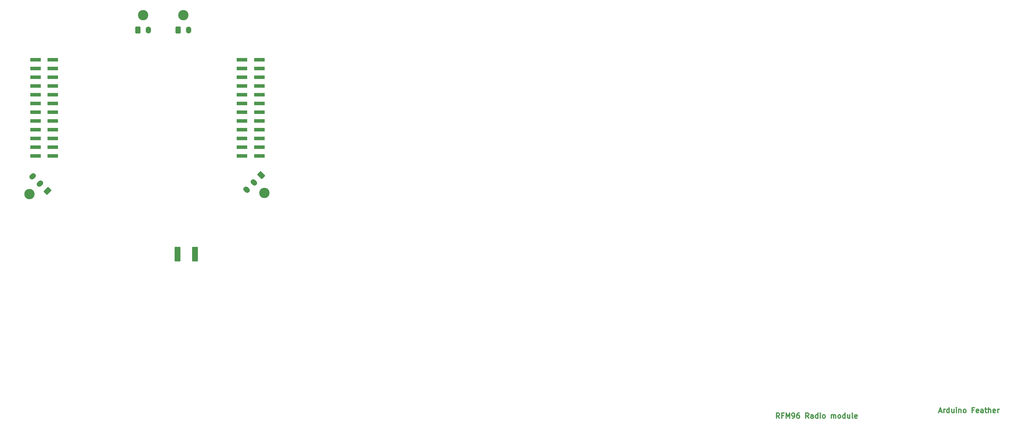
<source format=gbr>
%TF.GenerationSoftware,KiCad,Pcbnew,6.0.1*%
%TF.CreationDate,2022-02-08T14:36:28-06:00*%
%TF.ProjectId,COTS_TELEM,434f5453-5f54-4454-9c45-4d2e6b696361,rev?*%
%TF.SameCoordinates,Original*%
%TF.FileFunction,Soldermask,Bot*%
%TF.FilePolarity,Negative*%
%FSLAX46Y46*%
G04 Gerber Fmt 4.6, Leading zero omitted, Abs format (unit mm)*
G04 Created by KiCad (PCBNEW 6.0.1) date 2022-02-08 14:36:28*
%MOMM*%
%LPD*%
G01*
G04 APERTURE LIST*
G04 Aperture macros list*
%AMRoundRect*
0 Rectangle with rounded corners*
0 $1 Rounding radius*
0 $2 $3 $4 $5 $6 $7 $8 $9 X,Y pos of 4 corners*
0 Add a 4 corners polygon primitive as box body*
4,1,4,$2,$3,$4,$5,$6,$7,$8,$9,$2,$3,0*
0 Add four circle primitives for the rounded corners*
1,1,$1+$1,$2,$3*
1,1,$1+$1,$4,$5*
1,1,$1+$1,$6,$7*
1,1,$1+$1,$8,$9*
0 Add four rect primitives between the rounded corners*
20,1,$1+$1,$2,$3,$4,$5,0*
20,1,$1+$1,$4,$5,$6,$7,0*
20,1,$1+$1,$6,$7,$8,$9,0*
20,1,$1+$1,$8,$9,$2,$3,0*%
%AMHorizOval*
0 Thick line with rounded ends*
0 $1 width*
0 $2 $3 position (X,Y) of the first rounded end (center of the circle)*
0 $4 $5 position (X,Y) of the second rounded end (center of the circle)*
0 Add line between two ends*
20,1,$1,$2,$3,$4,$5,0*
0 Add two circle primitives to create the rounded ends*
1,1,$1,$2,$3*
1,1,$1,$4,$5*%
G04 Aperture macros list end*
%ADD10C,0.300000*%
%ADD11C,3.000000*%
%ADD12RoundRect,0.250001X-0.183848X0.890953X-0.890953X0.183848X0.183848X-0.890953X0.890953X-0.183848X0*%
%ADD13HorizOval,1.500000X-0.183848X0.183848X0.183848X-0.183848X0*%
%ADD14RoundRect,0.250001X0.890953X0.183848X0.183848X0.890953X-0.890953X-0.183848X-0.183848X-0.890953X0*%
%ADD15HorizOval,1.500000X0.183848X0.183848X-0.183848X-0.183848X0*%
%ADD16RoundRect,0.250001X-0.499999X-0.759999X0.499999X-0.759999X0.499999X0.759999X-0.499999X0.759999X0*%
%ADD17O,1.500000X2.020000*%
%ADD18RoundRect,0.050800X0.762000X2.032000X-0.762000X2.032000X-0.762000X-2.032000X0.762000X-2.032000X0*%
%ADD19R,3.150000X1.000000*%
G04 APERTURE END LIST*
D10*
X229957142Y-81150000D02*
X230671428Y-81150000D01*
X229814285Y-81578571D02*
X230314285Y-80078571D01*
X230814285Y-81578571D01*
X231314285Y-81578571D02*
X231314285Y-80578571D01*
X231314285Y-80864285D02*
X231385714Y-80721428D01*
X231457142Y-80650000D01*
X231600000Y-80578571D01*
X231742857Y-80578571D01*
X232885714Y-81578571D02*
X232885714Y-80078571D01*
X232885714Y-81507142D02*
X232742857Y-81578571D01*
X232457142Y-81578571D01*
X232314285Y-81507142D01*
X232242857Y-81435714D01*
X232171428Y-81292857D01*
X232171428Y-80864285D01*
X232242857Y-80721428D01*
X232314285Y-80650000D01*
X232457142Y-80578571D01*
X232742857Y-80578571D01*
X232885714Y-80650000D01*
X234242857Y-80578571D02*
X234242857Y-81578571D01*
X233600000Y-80578571D02*
X233600000Y-81364285D01*
X233671428Y-81507142D01*
X233814285Y-81578571D01*
X234028571Y-81578571D01*
X234171428Y-81507142D01*
X234242857Y-81435714D01*
X234957142Y-81578571D02*
X234957142Y-80578571D01*
X234957142Y-80078571D02*
X234885714Y-80150000D01*
X234957142Y-80221428D01*
X235028571Y-80150000D01*
X234957142Y-80078571D01*
X234957142Y-80221428D01*
X235671428Y-80578571D02*
X235671428Y-81578571D01*
X235671428Y-80721428D02*
X235742857Y-80650000D01*
X235885714Y-80578571D01*
X236100000Y-80578571D01*
X236242857Y-80650000D01*
X236314285Y-80792857D01*
X236314285Y-81578571D01*
X237242857Y-81578571D02*
X237100000Y-81507142D01*
X237028571Y-81435714D01*
X236957142Y-81292857D01*
X236957142Y-80864285D01*
X237028571Y-80721428D01*
X237100000Y-80650000D01*
X237242857Y-80578571D01*
X237457142Y-80578571D01*
X237600000Y-80650000D01*
X237671428Y-80721428D01*
X237742857Y-80864285D01*
X237742857Y-81292857D01*
X237671428Y-81435714D01*
X237600000Y-81507142D01*
X237457142Y-81578571D01*
X237242857Y-81578571D01*
X240028571Y-80792857D02*
X239528571Y-80792857D01*
X239528571Y-81578571D02*
X239528571Y-80078571D01*
X240242857Y-80078571D01*
X241385714Y-81507142D02*
X241242857Y-81578571D01*
X240957142Y-81578571D01*
X240814285Y-81507142D01*
X240742857Y-81364285D01*
X240742857Y-80792857D01*
X240814285Y-80650000D01*
X240957142Y-80578571D01*
X241242857Y-80578571D01*
X241385714Y-80650000D01*
X241457142Y-80792857D01*
X241457142Y-80935714D01*
X240742857Y-81078571D01*
X242742857Y-81578571D02*
X242742857Y-80792857D01*
X242671428Y-80650000D01*
X242528571Y-80578571D01*
X242242857Y-80578571D01*
X242100000Y-80650000D01*
X242742857Y-81507142D02*
X242600000Y-81578571D01*
X242242857Y-81578571D01*
X242100000Y-81507142D01*
X242028571Y-81364285D01*
X242028571Y-81221428D01*
X242100000Y-81078571D01*
X242242857Y-81007142D01*
X242600000Y-81007142D01*
X242742857Y-80935714D01*
X243242857Y-80578571D02*
X243814285Y-80578571D01*
X243457142Y-80078571D02*
X243457142Y-81364285D01*
X243528571Y-81507142D01*
X243671428Y-81578571D01*
X243814285Y-81578571D01*
X244314285Y-81578571D02*
X244314285Y-80078571D01*
X244957142Y-81578571D02*
X244957142Y-80792857D01*
X244885714Y-80650000D01*
X244742857Y-80578571D01*
X244528571Y-80578571D01*
X244385714Y-80650000D01*
X244314285Y-80721428D01*
X246242857Y-81507142D02*
X246100000Y-81578571D01*
X245814285Y-81578571D01*
X245671428Y-81507142D01*
X245600000Y-81364285D01*
X245600000Y-80792857D01*
X245671428Y-80650000D01*
X245814285Y-80578571D01*
X246100000Y-80578571D01*
X246242857Y-80650000D01*
X246314285Y-80792857D01*
X246314285Y-80935714D01*
X245600000Y-81078571D01*
X246957142Y-81578571D02*
X246957142Y-80578571D01*
X246957142Y-80864285D02*
X247028571Y-80721428D01*
X247100000Y-80650000D01*
X247242857Y-80578571D01*
X247385714Y-80578571D01*
X183578571Y-83178571D02*
X183078571Y-82464285D01*
X182721428Y-83178571D02*
X182721428Y-81678571D01*
X183292857Y-81678571D01*
X183435714Y-81750000D01*
X183507142Y-81821428D01*
X183578571Y-81964285D01*
X183578571Y-82178571D01*
X183507142Y-82321428D01*
X183435714Y-82392857D01*
X183292857Y-82464285D01*
X182721428Y-82464285D01*
X184721428Y-82392857D02*
X184221428Y-82392857D01*
X184221428Y-83178571D02*
X184221428Y-81678571D01*
X184935714Y-81678571D01*
X185507142Y-83178571D02*
X185507142Y-81678571D01*
X186007142Y-82750000D01*
X186507142Y-81678571D01*
X186507142Y-83178571D01*
X187292857Y-83178571D02*
X187578571Y-83178571D01*
X187721428Y-83107142D01*
X187792857Y-83035714D01*
X187935714Y-82821428D01*
X188007142Y-82535714D01*
X188007142Y-81964285D01*
X187935714Y-81821428D01*
X187864285Y-81750000D01*
X187721428Y-81678571D01*
X187435714Y-81678571D01*
X187292857Y-81750000D01*
X187221428Y-81821428D01*
X187150000Y-81964285D01*
X187150000Y-82321428D01*
X187221428Y-82464285D01*
X187292857Y-82535714D01*
X187435714Y-82607142D01*
X187721428Y-82607142D01*
X187864285Y-82535714D01*
X187935714Y-82464285D01*
X188007142Y-82321428D01*
X189292857Y-81678571D02*
X189007142Y-81678571D01*
X188864285Y-81750000D01*
X188792857Y-81821428D01*
X188650000Y-82035714D01*
X188578571Y-82321428D01*
X188578571Y-82892857D01*
X188650000Y-83035714D01*
X188721428Y-83107142D01*
X188864285Y-83178571D01*
X189150000Y-83178571D01*
X189292857Y-83107142D01*
X189364285Y-83035714D01*
X189435714Y-82892857D01*
X189435714Y-82535714D01*
X189364285Y-82392857D01*
X189292857Y-82321428D01*
X189150000Y-82250000D01*
X188864285Y-82250000D01*
X188721428Y-82321428D01*
X188650000Y-82392857D01*
X188578571Y-82535714D01*
X192078571Y-83178571D02*
X191578571Y-82464285D01*
X191221428Y-83178571D02*
X191221428Y-81678571D01*
X191792857Y-81678571D01*
X191935714Y-81750000D01*
X192007142Y-81821428D01*
X192078571Y-81964285D01*
X192078571Y-82178571D01*
X192007142Y-82321428D01*
X191935714Y-82392857D01*
X191792857Y-82464285D01*
X191221428Y-82464285D01*
X193364285Y-83178571D02*
X193364285Y-82392857D01*
X193292857Y-82250000D01*
X193150000Y-82178571D01*
X192864285Y-82178571D01*
X192721428Y-82250000D01*
X193364285Y-83107142D02*
X193221428Y-83178571D01*
X192864285Y-83178571D01*
X192721428Y-83107142D01*
X192650000Y-82964285D01*
X192650000Y-82821428D01*
X192721428Y-82678571D01*
X192864285Y-82607142D01*
X193221428Y-82607142D01*
X193364285Y-82535714D01*
X194721428Y-83178571D02*
X194721428Y-81678571D01*
X194721428Y-83107142D02*
X194578571Y-83178571D01*
X194292857Y-83178571D01*
X194150000Y-83107142D01*
X194078571Y-83035714D01*
X194007142Y-82892857D01*
X194007142Y-82464285D01*
X194078571Y-82321428D01*
X194150000Y-82250000D01*
X194292857Y-82178571D01*
X194578571Y-82178571D01*
X194721428Y-82250000D01*
X195435714Y-83178571D02*
X195435714Y-82178571D01*
X195435714Y-81678571D02*
X195364285Y-81750000D01*
X195435714Y-81821428D01*
X195507142Y-81750000D01*
X195435714Y-81678571D01*
X195435714Y-81821428D01*
X196364285Y-83178571D02*
X196221428Y-83107142D01*
X196150000Y-83035714D01*
X196078571Y-82892857D01*
X196078571Y-82464285D01*
X196150000Y-82321428D01*
X196221428Y-82250000D01*
X196364285Y-82178571D01*
X196578571Y-82178571D01*
X196721428Y-82250000D01*
X196792857Y-82321428D01*
X196864285Y-82464285D01*
X196864285Y-82892857D01*
X196792857Y-83035714D01*
X196721428Y-83107142D01*
X196578571Y-83178571D01*
X196364285Y-83178571D01*
X198649999Y-83178571D02*
X198649999Y-82178571D01*
X198649999Y-82321428D02*
X198721428Y-82250000D01*
X198864285Y-82178571D01*
X199078571Y-82178571D01*
X199221428Y-82250000D01*
X199292857Y-82392857D01*
X199292857Y-83178571D01*
X199292857Y-82392857D02*
X199364285Y-82250000D01*
X199507142Y-82178571D01*
X199721428Y-82178571D01*
X199864285Y-82250000D01*
X199935714Y-82392857D01*
X199935714Y-83178571D01*
X200864285Y-83178571D02*
X200721428Y-83107142D01*
X200650000Y-83035714D01*
X200578571Y-82892857D01*
X200578571Y-82464285D01*
X200650000Y-82321428D01*
X200721428Y-82250000D01*
X200864285Y-82178571D01*
X201078571Y-82178571D01*
X201221428Y-82250000D01*
X201292857Y-82321428D01*
X201364285Y-82464285D01*
X201364285Y-82892857D01*
X201292857Y-83035714D01*
X201221428Y-83107142D01*
X201078571Y-83178571D01*
X200864285Y-83178571D01*
X202650000Y-83178571D02*
X202650000Y-81678571D01*
X202650000Y-83107142D02*
X202507142Y-83178571D01*
X202221428Y-83178571D01*
X202078571Y-83107142D01*
X202007142Y-83035714D01*
X201935714Y-82892857D01*
X201935714Y-82464285D01*
X202007142Y-82321428D01*
X202078571Y-82250000D01*
X202221428Y-82178571D01*
X202507142Y-82178571D01*
X202650000Y-82250000D01*
X204007142Y-82178571D02*
X204007142Y-83178571D01*
X203364285Y-82178571D02*
X203364285Y-82964285D01*
X203435714Y-83107142D01*
X203578571Y-83178571D01*
X203792857Y-83178571D01*
X203935714Y-83107142D01*
X204007142Y-83035714D01*
X204935714Y-83178571D02*
X204792857Y-83107142D01*
X204721428Y-82964285D01*
X204721428Y-81678571D01*
X206078571Y-83107142D02*
X205935714Y-83178571D01*
X205650000Y-83178571D01*
X205507142Y-83107142D01*
X205435714Y-82964285D01*
X205435714Y-82392857D01*
X205507142Y-82250000D01*
X205650000Y-82178571D01*
X205935714Y-82178571D01*
X206078571Y-82250000D01*
X206150000Y-82392857D01*
X206150000Y-82535714D01*
X205435714Y-82678571D01*
D11*
%TO.C,J9*%
X33983381Y-17726022D03*
D12*
X33050000Y-12550000D03*
D13*
X30928680Y-14671320D03*
X28807359Y-16792641D03*
%TD*%
D11*
%TO.C,J7*%
X-34247488Y-18047488D03*
D14*
X-29071466Y-17114107D03*
D15*
X-31192786Y-14992787D03*
X-33314107Y-12871466D03*
%TD*%
D11*
%TO.C,J10*%
X10440000Y33900000D03*
D16*
X8940000Y29580000D03*
D17*
X11940000Y29580000D03*
%TD*%
D11*
%TO.C,J8*%
X-1250000Y33900000D03*
D16*
X-2750000Y29580000D03*
D17*
X250000Y29580000D03*
%TD*%
D18*
%TO.C,X1*%
X8740000Y-35526000D03*
X13820000Y-35526000D03*
%TD*%
D19*
%TO.C,J2*%
X27475000Y-6970000D03*
X32525000Y-6970000D03*
X27475000Y-4430000D03*
X32525000Y-4430000D03*
X27475000Y-1890000D03*
X32525000Y-1890000D03*
X27475000Y650000D03*
X32525000Y650000D03*
X27475000Y3190000D03*
X32525000Y3190000D03*
X27475000Y5730000D03*
X32525000Y5730000D03*
X27475000Y8270000D03*
X32525000Y8270000D03*
X27475000Y10810000D03*
X32525000Y10810000D03*
X27475000Y13350000D03*
X32525000Y13350000D03*
X27475000Y15890000D03*
X32525000Y15890000D03*
X27475000Y18430000D03*
X32525000Y18430000D03*
X27475000Y20970000D03*
X32525000Y20970000D03*
%TD*%
%TO.C,J4*%
X-27475000Y20970000D03*
X-32525000Y20970000D03*
X-27475000Y18430000D03*
X-32525000Y18430000D03*
X-27475000Y15890000D03*
X-32525000Y15890000D03*
X-27475000Y13350000D03*
X-32525000Y13350000D03*
X-27475000Y10810000D03*
X-32525000Y10810000D03*
X-27475000Y8270000D03*
X-32525000Y8270000D03*
X-27475000Y5730000D03*
X-32525000Y5730000D03*
X-27475000Y3190000D03*
X-32525000Y3190000D03*
X-27475000Y650000D03*
X-32525000Y650000D03*
X-27475000Y-1890000D03*
X-32525000Y-1890000D03*
X-27475000Y-4430000D03*
X-32525000Y-4430000D03*
X-27475000Y-6970000D03*
X-32525000Y-6970000D03*
%TD*%
M02*

</source>
